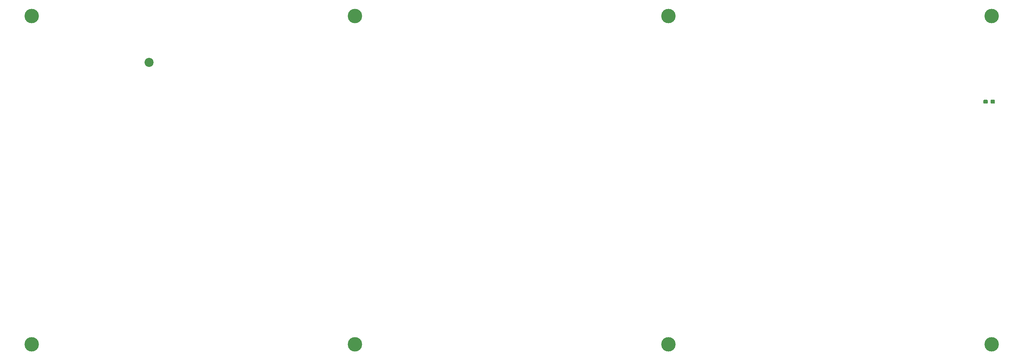
<source format=gbr>
G04 #@! TF.GenerationSoftware,KiCad,Pcbnew,(5.1.4-0)*
G04 #@! TF.CreationDate,2021-11-04T10:20:41-05:00*
G04 #@! TF.ProjectId,bottom_plate,626f7474-6f6d-45f7-906c-6174652e6b69,rev?*
G04 #@! TF.SameCoordinates,Original*
G04 #@! TF.FileFunction,Soldermask,Top*
G04 #@! TF.FilePolarity,Negative*
%FSLAX46Y46*%
G04 Gerber Fmt 4.6, Leading zero omitted, Abs format (unit mm)*
G04 Created by KiCad (PCBNEW (5.1.4-0)) date 2021-11-04 10:20:41*
%MOMM*%
%LPD*%
G04 APERTURE LIST*
%ADD10C,0.100000*%
%ADD11C,0.950000*%
%ADD12C,3.500000*%
%ADD13C,2.200000*%
G04 APERTURE END LIST*
D10*
G36*
X389951468Y-59045048D02*
G01*
X389974523Y-59048467D01*
X389997132Y-59054131D01*
X390019076Y-59061983D01*
X390040146Y-59071948D01*
X390060137Y-59083930D01*
X390078857Y-59097814D01*
X390096127Y-59113466D01*
X390111779Y-59130736D01*
X390125663Y-59149456D01*
X390137645Y-59169447D01*
X390147610Y-59190517D01*
X390155462Y-59212461D01*
X390161126Y-59235070D01*
X390164545Y-59258125D01*
X390165689Y-59281404D01*
X390165689Y-59756404D01*
X390164545Y-59779683D01*
X390161126Y-59802738D01*
X390155462Y-59825347D01*
X390147610Y-59847291D01*
X390137645Y-59868361D01*
X390125663Y-59888352D01*
X390111779Y-59907072D01*
X390096127Y-59924342D01*
X390078857Y-59939994D01*
X390060137Y-59953878D01*
X390040146Y-59965860D01*
X390019076Y-59975825D01*
X389997132Y-59983677D01*
X389974523Y-59989341D01*
X389951468Y-59992760D01*
X389928189Y-59993904D01*
X389353189Y-59993904D01*
X389329910Y-59992760D01*
X389306855Y-59989341D01*
X389284246Y-59983677D01*
X389262302Y-59975825D01*
X389241232Y-59965860D01*
X389221241Y-59953878D01*
X389202521Y-59939994D01*
X389185251Y-59924342D01*
X389169599Y-59907072D01*
X389155715Y-59888352D01*
X389143733Y-59868361D01*
X389133768Y-59847291D01*
X389125916Y-59825347D01*
X389120252Y-59802738D01*
X389116833Y-59779683D01*
X389115689Y-59756404D01*
X389115689Y-59281404D01*
X389116833Y-59258125D01*
X389120252Y-59235070D01*
X389125916Y-59212461D01*
X389133768Y-59190517D01*
X389143733Y-59169447D01*
X389155715Y-59149456D01*
X389169599Y-59130736D01*
X389185251Y-59113466D01*
X389202521Y-59097814D01*
X389221241Y-59083930D01*
X389241232Y-59071948D01*
X389262302Y-59061983D01*
X389284246Y-59054131D01*
X389306855Y-59048467D01*
X389329910Y-59045048D01*
X389353189Y-59043904D01*
X389928189Y-59043904D01*
X389951468Y-59045048D01*
X389951468Y-59045048D01*
G37*
D11*
X389640689Y-59518904D03*
D10*
G36*
X388201468Y-59045048D02*
G01*
X388224523Y-59048467D01*
X388247132Y-59054131D01*
X388269076Y-59061983D01*
X388290146Y-59071948D01*
X388310137Y-59083930D01*
X388328857Y-59097814D01*
X388346127Y-59113466D01*
X388361779Y-59130736D01*
X388375663Y-59149456D01*
X388387645Y-59169447D01*
X388397610Y-59190517D01*
X388405462Y-59212461D01*
X388411126Y-59235070D01*
X388414545Y-59258125D01*
X388415689Y-59281404D01*
X388415689Y-59756404D01*
X388414545Y-59779683D01*
X388411126Y-59802738D01*
X388405462Y-59825347D01*
X388397610Y-59847291D01*
X388387645Y-59868361D01*
X388375663Y-59888352D01*
X388361779Y-59907072D01*
X388346127Y-59924342D01*
X388328857Y-59939994D01*
X388310137Y-59953878D01*
X388290146Y-59965860D01*
X388269076Y-59975825D01*
X388247132Y-59983677D01*
X388224523Y-59989341D01*
X388201468Y-59992760D01*
X388178189Y-59993904D01*
X387603189Y-59993904D01*
X387579910Y-59992760D01*
X387556855Y-59989341D01*
X387534246Y-59983677D01*
X387512302Y-59975825D01*
X387491232Y-59965860D01*
X387471241Y-59953878D01*
X387452521Y-59939994D01*
X387435251Y-59924342D01*
X387419599Y-59907072D01*
X387405715Y-59888352D01*
X387393733Y-59868361D01*
X387383768Y-59847291D01*
X387375916Y-59825347D01*
X387370252Y-59802738D01*
X387366833Y-59779683D01*
X387365689Y-59756404D01*
X387365689Y-59281404D01*
X387366833Y-59258125D01*
X387370252Y-59235070D01*
X387375916Y-59212461D01*
X387383768Y-59190517D01*
X387393733Y-59169447D01*
X387405715Y-59149456D01*
X387419599Y-59130736D01*
X387435251Y-59113466D01*
X387452521Y-59097814D01*
X387471241Y-59083930D01*
X387491232Y-59071948D01*
X387512302Y-59061983D01*
X387534246Y-59054131D01*
X387556855Y-59048467D01*
X387579910Y-59045048D01*
X387603189Y-59043904D01*
X388178189Y-59043904D01*
X388201468Y-59045048D01*
X388201468Y-59045048D01*
G37*
D11*
X387890689Y-59518904D03*
D12*
X310779634Y-118454824D03*
X310779701Y-38682951D03*
X234579607Y-118454824D03*
X234579608Y-38683016D03*
X155998315Y-118454824D03*
X155998514Y-38683016D03*
X389360818Y-38683016D03*
X389360818Y-118454824D03*
D13*
X184573490Y-49993944D03*
M02*

</source>
